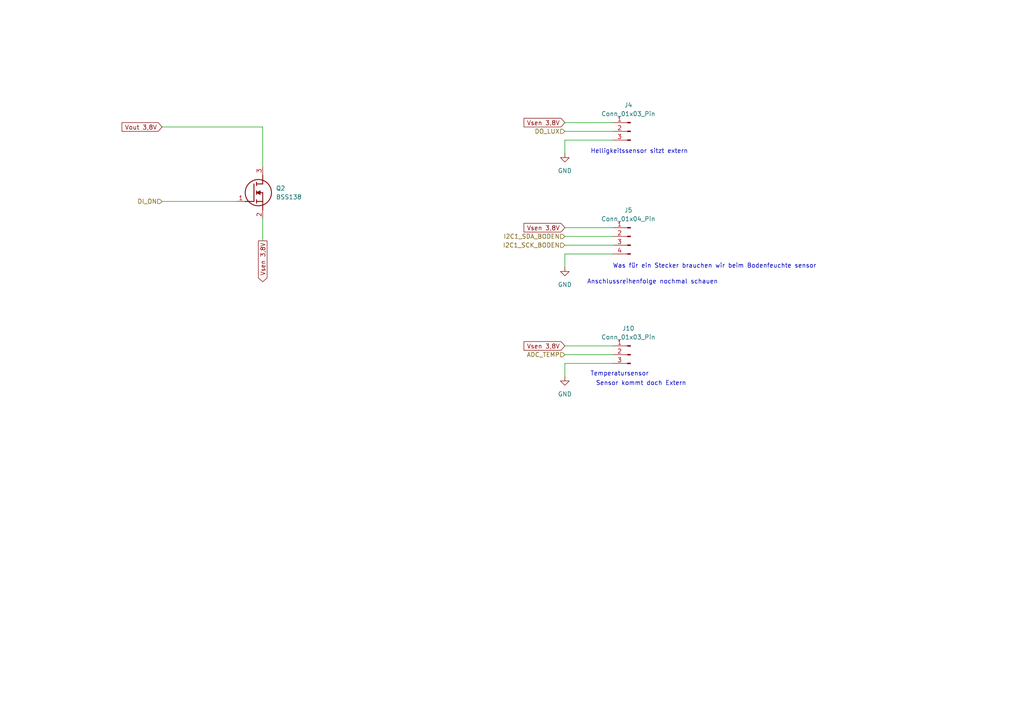
<source format=kicad_sch>
(kicad_sch (version 20231120) (generator "eeschema") (generator_version "8.0")
  (paper "A4")
  (lib_symbols
    (symbol "Bauteile:BSS138" (pin_names hide)
      (property "Reference" "Q" (at 11.43 3.81 0))
      (property "Value" "BSS138" (at 11.43 1.27 0))
      (symbol "BSS138_1_1"
        (polyline (pts (xy 2.54 0) (xy 5.08 0)) (stroke (width 0.254)))
        (polyline (pts (xy 5.08 5.08) (xy 5.08 0)) (stroke (width 0.254)))
        (polyline (pts (xy 5.842 -0.508) (xy 5.842 0.508)) (stroke (width 0.254)))
        (polyline (pts (xy 5.842 0) (xy 7.62 0)) (stroke (width 0.254)))
        (polyline (pts (xy 5.842 2.032) (xy 5.842 3.048)) (stroke (width 0.254)))
        (polyline (pts (xy 5.842 5.588) (xy 5.842 4.572)) (stroke (width 0.254)))
        (polyline (pts (xy 7.62 2.54) (xy 5.842 2.54)) (stroke (width 0.254)))
        (polyline (pts (xy 7.62 2.54) (xy 7.62 -2.54)) (stroke (width 0.254)))
        (polyline (pts (xy 7.62 5.08) (xy 5.842 5.08)) (stroke (width 0.254)))
        (polyline (pts (xy 7.62 5.08) (xy 7.62 7.62)) (stroke (width 0.254)))
        (polyline (pts (xy 5.842 2.54) (xy 6.858 3.048) (xy 6.858 2.032) (xy 5.842 2.54)) (stroke (width 0.254)) (fill (type outline)))
        (circle (center 6.35 2.54) (radius 3.81) (stroke (width 0.254)))
        (pin passive line (at 0 0 0) (length 2.54) (name "G") (number "1"))
        (pin passive line (at 7.62 -5.08 90) (length 2.54) (name "S") (number "2"))
        (pin passive line (at 7.62 10.16 270) (length 2.54) (name "D") (number "3"))
      )
    )
    (symbol "Connector:Conn_01x03_Pin" (pin_names (offset 1.016) hide)
      (property "Reference" "J" (at 0 5.08 0))
      (property "Value" "Conn_01x03_Pin" (at 0 -5.08 0))
      (symbol "Conn_01x03_Pin_1_1"
        (polyline (pts (xy 1.27 -2.54) (xy 0.8636 -2.54)) (stroke (width 0.1524)))
        (polyline (pts (xy 1.27 0) (xy 0.8636 0)) (stroke (width 0.1524)))
        (polyline (pts (xy 1.27 2.54) (xy 0.8636 2.54)) (stroke (width 0.1524)))
        (rectangle (start 0.8636 -2.413) (end 0 -2.667) (stroke (width 0.1524)) (fill (type outline)))
        (rectangle (start 0.8636 0.127) (end 0 -0.127) (stroke (width 0.1524)) (fill (type outline)))
        (rectangle (start 0.8636 2.667) (end 0 2.413) (stroke (width 0.1524)) (fill (type outline)))
        (pin passive line (at 5.08 2.54 180) (length 3.81) (name "Pin_1") (number "1"))
        (pin passive line (at 5.08 0 180) (length 3.81) (name "Pin_2") (number "2"))
        (pin passive line (at 5.08 -2.54 180) (length 3.81) (name "Pin_3") (number "3"))
      )
    )
    (symbol "Connector:Conn_01x04_Pin" (pin_names (offset 1.016) hide)
      (property "Reference" "J" (at 0 5.08 0))
      (property "Value" "Conn_01x04_Pin" (at 0 -7.62 0))
      (symbol "Conn_01x04_Pin_1_1"
        (polyline (pts (xy 1.27 -5.08) (xy 0.8636 -5.08)) (stroke (width 0.1524)))
        (polyline (pts (xy 1.27 -2.54) (xy 0.8636 -2.54)) (stroke (width 0.1524)))
        (polyline (pts (xy 1.27 0) (xy 0.8636 0)) (stroke (width 0.1524)))
        (polyline (pts (xy 1.27 2.54) (xy 0.8636 2.54)) (stroke (width 0.1524)))
        (rectangle (start 0.8636 -4.953) (end 0 -5.207) (stroke (width 0.1524)) (fill (type outline)))
        (rectangle (start 0.8636 -2.413) (end 0 -2.667) (stroke (width 0.1524)) (fill (type outline)))
        (rectangle (start 0.8636 0.127) (end 0 -0.127) (stroke (width 0.1524)) (fill (type outline)))
        (rectangle (start 0.8636 2.667) (end 0 2.413) (stroke (width 0.1524)) (fill (type outline)))
        (pin passive line (at 5.08 2.54 180) (length 3.81) (name "Pin_1") (number "1"))
        (pin passive line (at 5.08 0 180) (length 3.81) (name "Pin_2") (number "2"))
        (pin passive line (at 5.08 -2.54 180) (length 3.81) (name "Pin_3") (number "3"))
        (pin passive line (at 5.08 -5.08 180) (length 3.81) (name "Pin_4") (number "4"))
      )
    )
    (symbol "power:GND" (power) (pin_numbers hide) (pin_names (offset 0) hide)
      (property "Value" "GND" (at 0 -3.81 0))
      (symbol "GND_0_1"
        (polyline (pts (xy 0 0) (xy 0 -1.27) (xy 1.27 -1.27) (xy 0 -2.54) (xy -1.27 -1.27) (xy 0 -1.27)))
      )
      (symbol "GND_1_1"
        (pin power_in line (at 0 0 270) (length 0) (name "~") (number "1"))
      )
    )
  )
  (wire (pts (xy 163.83 40.64) (xy 177.8 40.64)))
  (wire (pts (xy 46.99 58.42) (xy 68.58 58.42)))
  (wire (pts (xy 46.99 36.83) (xy 76.2 36.83)))
  (wire (pts (xy 163.83 77.47) (xy 163.83 73.66)))
  (wire (pts (xy 76.2 48.26) (xy 76.2 36.83)))
  (wire (pts (xy 163.83 105.41) (xy 177.8 105.41)))
  (wire (pts (xy 163.83 102.87) (xy 177.8 102.87)))
  (wire (pts (xy 163.83 38.1) (xy 177.8 38.1)))
  (wire (pts (xy 163.83 35.56) (xy 177.8 35.56)))
  (wire (pts (xy 163.83 40.64) (xy 163.83 44.45)))
  (wire (pts (xy 163.83 100.33) (xy 177.8 100.33)))
  (wire (pts (xy 163.83 105.41) (xy 163.83 109.22)))
  (wire (pts (xy 163.83 66.04) (xy 177.8 66.04)))
  (wire (pts (xy 76.2 63.5) (xy 76.2 69.85)))
  (wire (pts (xy 163.83 73.66) (xy 177.8 73.66)))
  (wire (pts (xy 163.83 68.58) (xy 177.8 68.58)))
  (wire (pts (xy 163.83 71.12) (xy 177.8 71.12)))
  (text "Temperatursensor" (at 171.196 109.22 0) (effects (font (size 1.27 1.27)) (justify left bottom)))
  (text "Was für ein Stecker brauchen wir beim Bodenfeuchte sensor" (at 207.264 77.216 0) (effects (font (size 1.27 1.27))))
  (text "Helligkeitssensor sitzt extern" (at 185.42 43.942 0) (effects (font (size 1.27 1.27))))
  (text "Sensor kommt doch Extern" (at 185.928 111.252 0) (effects (font (size 1.27 1.27))))
  (text "Anschlussreihenfolge nochmal schauen " (at 189.738 81.788 0) (effects (font (size 1.27 1.27))))
  (global_label "Vsen 3,8V" (shape input) (at 163.83 66.04 180) (property "Intersheetrefs" "${INTERSHEET_REFS}" (effects (hide yes))))
  (global_label "Vsen 3,8V" (shape input) (at 163.83 35.56 180) (property "Intersheetrefs" "${INTERSHEET_REFS}" (effects (hide yes))))
  (global_label "Vsen 3,8V" (shape output) (at 76.2 69.85 270) (property "Intersheetrefs" "${INTERSHEET_REFS}" (effects (hide yes))))
  (global_label "Vsen 3,8V" (shape input) (at 163.83 100.33 180) (property "Intersheetrefs" "${INTERSHEET_REFS}" (effects (hide yes))))
  (global_label "Vout 3,8V" (shape input) (at 46.99 36.83 180) (property "Intersheetrefs" "${INTERSHEET_REFS}" (effects (hide yes))))
  (hierarchical_label "I2C1_SDA_BODEN" (shape input) (at 163.83 68.58 180))
  (hierarchical_label "ADC_TEMP" (shape input) (at 163.83 102.87 180))
  (hierarchical_label "DI_ON" (shape input) (at 46.99 58.42 180))
  (hierarchical_label "DO_LUX" (shape input) (at 163.83 38.1 180))
  (hierarchical_label "I2C1_SCK_BODEN" (shape input) (at 163.83 71.12 180))
  (symbol (lib_id "Connector:Conn_01x03_Pin") (at 182.88 38.1 0) (mirror y) (unit 1)
    (property "Reference" "J4" (at 182.245 30.48 0))
    (property "Value" "Conn_01x03_Pin" (at 182.245 33.02 0))
    (property "Footprint" "Connector_PinHeader_2.54mm:PinHeader_1x03_P2.54mm_Vertical" (effects (hide yes)))
    (property "Description" "Generic connector, single row, 01x03, script generated" (effects (hide yes)))
  )
  (symbol (lib_id "power:GND") (at 163.83 44.45 0) (unit 1)
    (property "Reference" "#PWR028" (effects (hide yes)))
    (property "Value" "GND" (at 163.83 49.53 0))
    (property "Description" "Power symbol creates a global label with name \"GND\" , ground" (effects (hide yes)))
  )
  (symbol (lib_id "Connector:Conn_01x03_Pin") (at 182.88 102.87 0) (mirror y) (unit 1)
    (property "Reference" "J10" (at 182.245 95.25 0))
    (property "Value" "Conn_01x03_Pin" (at 182.245 97.79 0))
    (property "Footprint" "Connector_PinHeader_2.54mm:PinHeader_1x03_P2.54mm_Vertical" (effects (hide yes)))
    (property "Description" "Generic connector, single row, 01x03, script generated" (effects (hide yes)))
  )
  (symbol (lib_id "power:GND") (at 163.83 77.47 0) (unit 1)
    (property "Reference" "#PWR040" (effects (hide yes)))
    (property "Value" "GND" (at 163.83 82.55 0))
    (property "Description" "Power symbol creates a global label with name \"GND\" , ground" (effects (hide yes)))
  )
  (symbol (lib_id "Connector:Conn_01x04_Pin") (at 182.88 68.58 0) (mirror y) (unit 1)
    (property "Reference" "J5" (at 182.245 60.96 0))
    (property "Value" "Conn_01x04_Pin" (at 182.245 63.5 0))
    (property "Footprint" "Connector_PinHeader_2.54mm:PinHeader_1x04_P2.54mm_Vertical" (effects (hide yes)))
    (property "Description" "Generic connector, single row, 01x04, script generated" (effects (hide yes)))
  )
  (symbol (lib_id "power:GND") (at 163.83 109.22 0) (unit 1)
    (property "Reference" "#PWR043" (effects (hide yes)))
    (property "Value" "GND" (at 163.83 114.3 0))
    (property "Description" "Power symbol creates a global label with name \"GND\" , ground" (effects (hide yes)))
  )
  (symbol (lib_id "Bauteile:BSS138") (at 68.58 58.42 0) (unit 1)
    (property "Reference" "Q2" (at 80.01 54.61 0) (effects (justify left)))
    (property "Value" "BSS138" (at 80.01 57.15 0) (effects (justify left)))
    (property "Footprint" "Bauteile:Mosfed BSS138" (effects (hide yes)))
    (property "Datasheet" "https://www.onsemi.com/pub/Collateral/BSS138-D.PDF" (effects (hide yes)))
    (property "Height" "1.2" (effects (hide yes)))
    (property "Manufacturer_Name" "onsemi" (effects (hide yes)))
    (property "Manufacturer_Part_Number" "BSS138" (effects (hide yes)))
    (property "Arrow Part Number" "BSS138" (effects (hide yes)))
    (property "Arrow Price/Stock" "https://www.arrow.com/en/products/bss138/on-semiconductor?utm_currency=USD&region=europe" (effects (hide yes)))
  )
)
</source>
